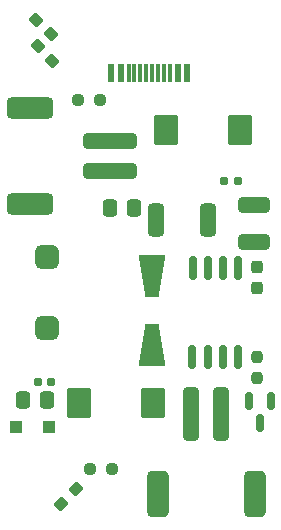
<source format=gbr>
G04 #@! TF.GenerationSoftware,KiCad,Pcbnew,8.0.8*
G04 #@! TF.CreationDate,2025-05-11T18:19:19+03:00*
G04 #@! TF.ProjectId,TP5410_eval_board,54503534-3130-45f6-9576-616c5f626f61,rev?*
G04 #@! TF.SameCoordinates,Original*
G04 #@! TF.FileFunction,Paste,Top*
G04 #@! TF.FilePolarity,Positive*
%FSLAX46Y46*%
G04 Gerber Fmt 4.6, Leading zero omitted, Abs format (unit mm)*
G04 Created by KiCad (PCBNEW 8.0.8) date 2025-05-11 18:19:19*
%MOMM*%
%LPD*%
G01*
G04 APERTURE LIST*
G04 Aperture macros list*
%AMRoundRect*
0 Rectangle with rounded corners*
0 $1 Rounding radius*
0 $2 $3 $4 $5 $6 $7 $8 $9 X,Y pos of 4 corners*
0 Add a 4 corners polygon primitive as box body*
4,1,4,$2,$3,$4,$5,$6,$7,$8,$9,$2,$3,0*
0 Add four circle primitives for the rounded corners*
1,1,$1+$1,$2,$3*
1,1,$1+$1,$4,$5*
1,1,$1+$1,$6,$7*
1,1,$1+$1,$8,$9*
0 Add four rect primitives between the rounded corners*
20,1,$1+$1,$2,$3,$4,$5,0*
20,1,$1+$1,$4,$5,$6,$7,0*
20,1,$1+$1,$6,$7,$8,$9,0*
20,1,$1+$1,$8,$9,$2,$3,0*%
%AMOutline4P*
0 Free polygon, 4 corners , with rotation*
0 The origin of the aperture is its center*
0 number of corners: always 4*
0 $1 to $8 corner X, Y*
0 $9 Rotation angle, in degrees counterclockwise*
0 create outline with 4 corners*
4,1,4,$1,$2,$3,$4,$5,$6,$7,$8,$1,$2,$9*%
G04 Aperture macros list end*
%ADD10RoundRect,0.237500X-0.371231X0.035355X0.035355X-0.371231X0.371231X-0.035355X-0.035355X0.371231X0*%
%ADD11RoundRect,0.250000X0.300000X0.300000X-0.300000X0.300000X-0.300000X-0.300000X0.300000X-0.300000X0*%
%ADD12RoundRect,0.237500X-0.237500X0.300000X-0.237500X-0.300000X0.237500X-0.300000X0.237500X0.300000X0*%
%ADD13RoundRect,0.237500X-0.237500X0.250000X-0.237500X-0.250000X0.237500X-0.250000X0.237500X0.250000X0*%
%ADD14RoundRect,0.150000X-0.150000X0.587500X-0.150000X-0.587500X0.150000X-0.587500X0.150000X0.587500X0*%
%ADD15RoundRect,0.260000X-0.390000X-1.990000X0.390000X-1.990000X0.390000X1.990000X-0.390000X1.990000X0*%
%ADD16RoundRect,0.360000X-0.540000X-1.590000X0.540000X-1.590000X0.540000X1.590000X-0.540000X1.590000X0*%
%ADD17RoundRect,0.237500X-0.250000X-0.237500X0.250000X-0.237500X0.250000X0.237500X-0.250000X0.237500X0*%
%ADD18RoundRect,0.237500X-0.035355X-0.371231X0.371231X0.035355X0.035355X0.371231X-0.371231X-0.035355X0*%
%ADD19RoundRect,0.175000X0.175000X-0.825000X0.175000X0.825000X-0.175000X0.825000X-0.175000X-0.825000X0*%
%ADD20RoundRect,0.250000X0.337500X0.475000X-0.337500X0.475000X-0.337500X-0.475000X0.337500X-0.475000X0*%
%ADD21RoundRect,0.250000X-0.787500X-1.025000X0.787500X-1.025000X0.787500X1.025000X-0.787500X1.025000X0*%
%ADD22Outline4P,-1.800000X-1.150000X1.800000X-0.550000X1.800000X0.550000X-1.800000X1.150000X90.000000*%
%ADD23Outline4P,-1.800000X-1.150000X1.800000X-0.550000X1.800000X0.550000X-1.800000X1.150000X270.000000*%
%ADD24RoundRect,0.260000X-1.990000X0.390000X-1.990000X-0.390000X1.990000X-0.390000X1.990000X0.390000X0*%
%ADD25RoundRect,0.360000X-1.590000X0.540000X-1.590000X-0.540000X1.590000X-0.540000X1.590000X0.540000X0*%
%ADD26RoundRect,0.155000X-0.212500X-0.155000X0.212500X-0.155000X0.212500X0.155000X-0.212500X0.155000X0*%
%ADD27RoundRect,0.155000X0.212500X0.155000X-0.212500X0.155000X-0.212500X-0.155000X0.212500X-0.155000X0*%
%ADD28R,0.600000X1.500000*%
%ADD29R,0.300000X1.500000*%
%ADD30RoundRect,0.250000X-1.075000X0.400000X-1.075000X-0.400000X1.075000X-0.400000X1.075000X0.400000X0*%
%ADD31RoundRect,0.500000X0.500000X-0.500000X0.500000X0.500000X-0.500000X0.500000X-0.500000X-0.500000X0*%
%ADD32RoundRect,0.350000X0.350000X1.050000X-0.350000X1.050000X-0.350000X-1.050000X0.350000X-1.050000X0*%
%ADD33RoundRect,0.237500X0.250000X0.237500X-0.250000X0.237500X-0.250000X-0.237500X0.250000X-0.237500X0*%
G04 APERTURE END LIST*
D10*
X-9584918Y-3089682D03*
X-8347482Y-4327118D03*
D11*
X-8506000Y-37592000D03*
X-11306000Y-37592000D03*
D12*
X9144000Y-24029500D03*
X9144000Y-25754500D03*
D13*
X9144000Y-31599500D03*
X9144000Y-33424500D03*
D14*
X10348000Y-35384500D03*
X8448000Y-35384500D03*
X9398000Y-37259500D03*
D15*
X3576000Y-36462000D03*
X6076000Y-36462000D03*
D16*
X736000Y-43262000D03*
X8916000Y-43262000D03*
D17*
X-4976500Y-41148000D03*
X-3151500Y-41148000D03*
D18*
X-7476718Y-44052718D03*
X-6239282Y-42815282D03*
D19*
X3638000Y-31630000D03*
X4953000Y-31630000D03*
X6223000Y-31630000D03*
X7488000Y-31630000D03*
X7493000Y-24130000D03*
X6223000Y-24130000D03*
X4953000Y-24130000D03*
X3688000Y-24130000D03*
D20*
X-8614500Y-35306000D03*
X-10689500Y-35306000D03*
D21*
X1459500Y-12446000D03*
X7684500Y-12446000D03*
D22*
X254000Y-30586000D03*
D23*
X254000Y-24786000D03*
D21*
X-5906500Y-35560000D03*
X318500Y-35560000D03*
D24*
X-3315000Y-13355000D03*
X-3315000Y-15855000D03*
D25*
X-10115000Y-10515000D03*
X-10115000Y-18695000D03*
D26*
X6350000Y-16764000D03*
X7485000Y-16764000D03*
D27*
X-8322500Y-33782000D03*
X-9457500Y-33782000D03*
D28*
X3200000Y-7600000D03*
X2400000Y-7600000D03*
D29*
X1250000Y-7600000D03*
X250000Y-7600000D03*
X-250000Y-7600000D03*
X-1250000Y-7600000D03*
D28*
X-2400000Y-7600000D03*
X-3200000Y-7600000D03*
X-3200000Y-7600000D03*
X-2400000Y-7600000D03*
D29*
X-1750000Y-7600000D03*
X-750000Y-7600000D03*
X750000Y-7600000D03*
X1750000Y-7600000D03*
D28*
X2400000Y-7600000D03*
X3200000Y-7600000D03*
D30*
X8890000Y-18770000D03*
X8890000Y-21870000D03*
D31*
X-8636000Y-29162000D03*
X-8636000Y-23162000D03*
D32*
X4994000Y-20066000D03*
X594000Y-20066000D03*
D33*
X-4167500Y-9906000D03*
X-5992500Y-9906000D03*
D20*
X-1248500Y-19050000D03*
X-3323500Y-19050000D03*
D10*
X-9457918Y-5324882D03*
X-8220482Y-6562318D03*
M02*

</source>
